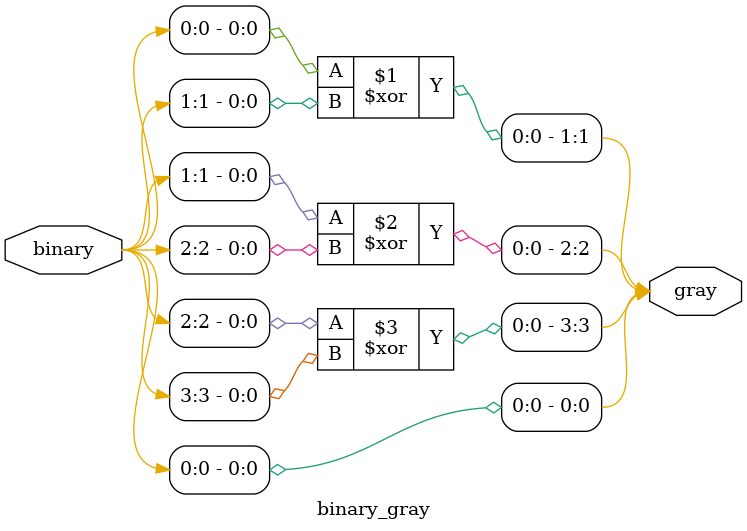
<source format=v>
module binary_gray(input [3:0]binary,output [3:0]gray);
assign gray[0]=binary[0];
assign gray[1]=binary[0]^binary[1];
assign gray[2]=binary[1]^binary[2];
assign gray[3]=binary[2]^binary[3];
endmodule


</source>
